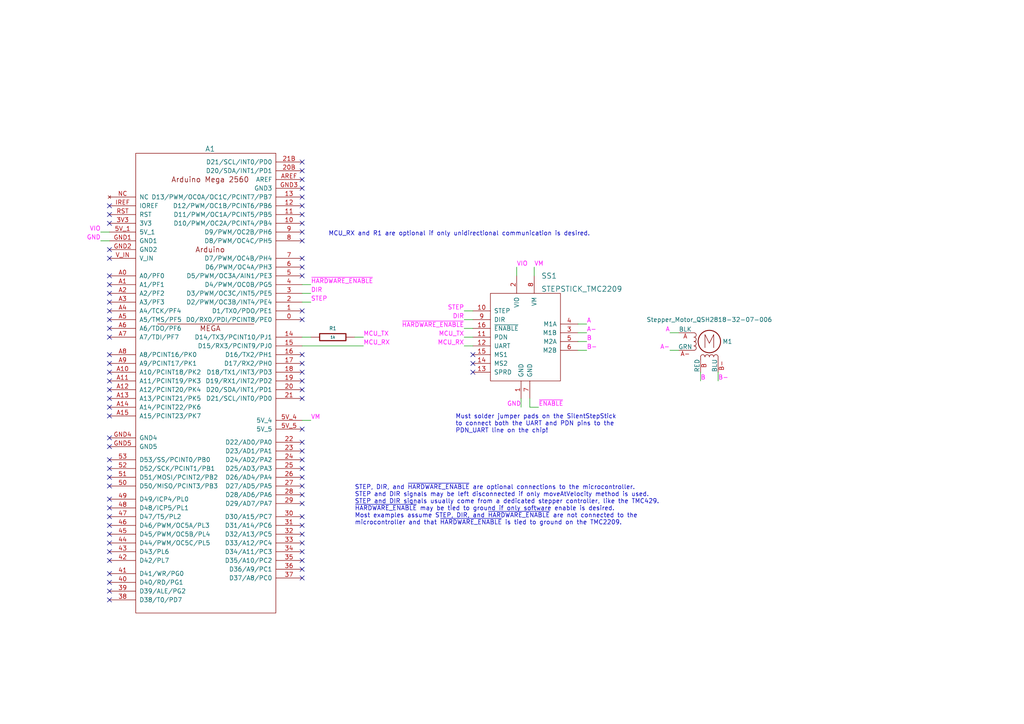
<source format=kicad_sch>
(kicad_sch (version 20230121) (generator eeschema)
  (paper "A4")
  (title_block (title "Trinamic Wiring") (date "2023-08-01") (rev "0.4") (company "Janelia Research Campus"))
  (lib_symbols
    (symbol "Janelia:1k_0805" (pin_numbers hide) (pin_names (offset 0))
      (property "Reference" "R" (at 2.032 0 90))
      (property "Value" "1k_0805" (at 0 0 90))
      (symbol "1k_0805_0_1"
        (rectangle (start -1.016 3.81) (end 1.016 -3.81) (stroke (width 0.3048)))
      )
      (symbol "1k_0805_1_1"
        (pin passive line (at 0 6.35 270) (length 2.54) (name "~") (number "1"))
        (pin passive line (at 0 -6.35 90) (length 2.54) (name "~") (number "2"))
      )
    )
    (symbol "Janelia:ARDUINO_MEGA" (pin_names (offset 1.016))
      (property "Reference" "A" (at 0 68.58 0))
      (symbol "ARDUINO_MEGA_0_0"
        (text "Arduino" (at 0 39.37 0) (effects (font (size 1.524 1.524))))
        (text "MEGA" (at 0 16.51 0) (effects (font (size 1.524 1.524))))
      )
      (symbol "ARDUINO_MEGA_0_1"
        (rectangle (start -21.59 -66.04) (end 19.05 67.31))
        (polyline (pts (xy -15.24 17.78) (xy 12.7 17.78) (xy 12.7 17.78)))
      )
      (symbol "ARDUINO_MEGA_1_1"
        (text "Arduino Mega 2560" (at 0 59.69 0) (effects (font (size 1.524 1.524))))
        (pin bidirectional line (at 26.67 19.05 180) (length 7.62) (name "D0/RX0/PDI/PCINT8/PE0") (number "0"))
        (pin bidirectional line (at 26.67 21.59 180) (length 7.62) (name "D1/TX0/PDO/PE1") (number "1"))
        (pin bidirectional line (at 26.67 46.99 180) (length 7.62) (name "D10/PWM/OC2A/PCINT4/PB4") (number "10"))
        (pin bidirectional line (at 26.67 49.53 180) (length 7.62) (name "D11/PWM/OC1A/PCINT5/PB5") (number "11"))
        (pin bidirectional line (at 26.67 52.07 180) (length 7.62) (name "D12/PWM/OC1B/PCINT6/PB6") (number "12"))
        (pin bidirectional line (at 26.67 54.61 180) (length 7.62) (name "D13/PWM/OC0A/OC1C/PCINT7/PB7") (number "13"))
        (pin bidirectional line (at 26.67 13.97 180) (length 7.62) (name "D14/TX3/PCINT10/PJ1") (number "14"))
        (pin bidirectional line (at 26.67 11.43 180) (length 7.62) (name "D15/RX3/PCINT9/PJ0") (number "15"))
        (pin bidirectional line (at 26.67 8.89 180) (length 7.62) (name "D16/TX2/PH1") (number "16"))
        (pin bidirectional line (at 26.67 6.35 180) (length 7.62) (name "D17/RX2/PH0") (number "17"))
        (pin bidirectional line (at 26.67 3.81 180) (length 7.62) (name "D18/TX1/INT3/PD3") (number "18"))
        (pin bidirectional line (at 26.67 1.27 180) (length 7.62) (name "D19/RX1/INT2/PD2") (number "19"))
        (pin bidirectional line (at 26.67 24.13 180) (length 7.62) (name "D2/PWM/OC3B/INT4/PE4") (number "2"))
        (pin bidirectional line (at 26.67 -1.27 180) (length 7.62) (name "D20/SDA/INT1/PD1") (number "20"))
        (pin bidirectional line (at 26.67 62.23 180) (length 7.62) (name "D20/SDA/INT1/PD1") (number "20B"))
        (pin bidirectional line (at 26.67 -3.81 180) (length 7.62) (name "D21/SCL/INT0/PD0") (number "21"))
        (pin bidirectional line (at 26.67 64.77 180) (length 7.62) (name "D21/SCL/INT0/PD0") (number "21B"))
        (pin bidirectional line (at 26.67 -16.51 180) (length 7.62) (name "D22/AD0/PA0") (number "22"))
        (pin bidirectional line (at 26.67 -19.05 180) (length 7.62) (name "D23/AD1/PA1") (number "23"))
        (pin bidirectional line (at 26.67 -21.59 180) (length 7.62) (name "D24/AD2/PA2") (number "24"))
        (pin bidirectional line (at 26.67 -24.13 180) (length 7.62) (name "D25/AD3/PA3") (number "25"))
        (pin bidirectional line (at 26.67 -26.67 180) (length 7.62) (name "D26/AD4/PA4") (number "26"))
        (pin bidirectional line (at 26.67 -29.21 180) (length 7.62) (name "D27/AD5/PA5") (number "27"))
        (pin bidirectional line (at 26.67 -31.75 180) (length 7.62) (name "D28/AD6/PA6") (number "28"))
        (pin bidirectional line (at 26.67 -34.29 180) (length 7.62) (name "D29/AD7/PA7") (number "29"))
        (pin bidirectional line (at 26.67 26.67 180) (length 7.62) (name "D3/PWM/OC3C/INT5/PE5") (number "3"))
        (pin bidirectional line (at 26.67 -38.1 180) (length 7.62) (name "D30/A15/PC7") (number "30"))
        (pin bidirectional line (at 26.67 -40.64 180) (length 7.62) (name "D31/A14/PC6") (number "31"))
        (pin bidirectional line (at 26.67 -43.18 180) (length 7.62) (name "D32/A13/PC5") (number "32"))
        (pin bidirectional line (at 26.67 -45.72 180) (length 7.62) (name "D33/A12/PC4") (number "33"))
        (pin bidirectional line (at 26.67 -48.26 180) (length 7.62) (name "D34/A11/PC3") (number "34"))
        (pin bidirectional line (at 26.67 -50.8 180) (length 7.62) (name "D35/A10/PC2") (number "35"))
        (pin bidirectional line (at 26.67 -53.34 180) (length 7.62) (name "D36/A9/PC1") (number "36"))
        (pin bidirectional line (at 26.67 -55.88 180) (length 7.62) (name "D37/A8/PC0") (number "37"))
        (pin bidirectional line (at -29.21 -62.23 0) (length 7.62) (name "D38/T0/PD7") (number "38"))
        (pin bidirectional line (at -29.21 -59.69 0) (length 7.62) (name "D39/ALE/PG2") (number "39"))
        (pin power_in line (at -29.21 46.99 0) (length 7.62) (name "3V3") (number "3V3"))
        (pin bidirectional line (at 26.67 29.21 180) (length 7.62) (name "D4/PWM/OC0B/PG5") (number "4"))
        (pin bidirectional line (at -29.21 -57.15 0) (length 7.62) (name "D40/RD/PG1") (number "40"))
        (pin bidirectional line (at -29.21 -54.61 0) (length 7.62) (name "D41/WR/PG0") (number "41"))
        (pin bidirectional line (at -29.21 -50.8 0) (length 7.62) (name "D42/PL7") (number "42"))
        (pin bidirectional line (at -29.21 -48.26 0) (length 7.62) (name "D43/PL6") (number "43"))
        (pin bidirectional line (at -29.21 -45.72 0) (length 7.62) (name "D44/PWM/OC5C/PL5") (number "44"))
        (pin bidirectional line (at -29.21 -43.18 0) (length 7.62) (name "D45/PWM/OC5B/PL4") (number "45"))
        (pin bidirectional line (at -29.21 -40.64 0) (length 7.62) (name "D46/PWM/OC5A/PL3") (number "46"))
        (pin bidirectional line (at -29.21 -38.1 0) (length 7.62) (name "D47/T5/PL2") (number "47"))
        (pin bidirectional line (at -29.21 -35.56 0) (length 7.62) (name "D48/ICP5/PL1") (number "48"))
        (pin bidirectional line (at -29.21 -33.02 0) (length 7.62) (name "D49/ICP4/PL0") (number "49"))
        (pin bidirectional line (at 26.67 31.75 180) (length 7.62) (name "D5/PWM/OC3A/AIN1/PE3") (number "5"))
        (pin bidirectional line (at -29.21 -29.21 0) (length 7.62) (name "D50/MISO/PCINT3/PB3") (number "50"))
        (pin bidirectional line (at -29.21 -26.67 0) (length 7.62) (name "D51/MOSI/PCINT2/PB2") (number "51"))
        (pin bidirectional line (at -29.21 -24.13 0) (length 7.62) (name "D52/SCK/PCINT1/PB1") (number "52"))
        (pin bidirectional line (at -29.21 -21.59 0) (length 7.62) (name "D53/SS/PCINT0/PB0") (number "53"))
        (pin power_in line (at -29.21 44.45 0) (length 7.62) (name "5V_1") (number "5V_1"))
        (pin power_in line (at 26.67 -10.16 180) (length 7.62) (name "5V_4") (number "5V_4"))
        (pin power_in line (at 26.67 -12.7 180) (length 7.62) (name "5V_5") (number "5V_5"))
        (pin bidirectional line (at 26.67 34.29 180) (length 7.62) (name "D6/PWM/OC4A/PH3") (number "6"))
        (pin bidirectional line (at 26.67 36.83 180) (length 7.62) (name "D7/PWM/OC4B/PH4") (number "7"))
        (pin bidirectional line (at 26.67 41.91 180) (length 7.62) (name "D8/PWM/OC4C/PH5") (number "8"))
        (pin bidirectional line (at 26.67 44.45 180) (length 7.62) (name "D9/PWM/OC2B/PH6") (number "9"))
        (pin bidirectional line (at -29.21 31.75 0) (length 7.62) (name "A0/PF0") (number "A0"))
        (pin bidirectional line (at -29.21 29.21 0) (length 7.62) (name "A1/PF1") (number "A1"))
        (pin bidirectional line (at -29.21 3.81 0) (length 7.62) (name "A10/PCINT18/PK2") (number "A10"))
        (pin bidirectional line (at -29.21 1.27 0) (length 7.62) (name "A11/PCINT19/PK3") (number "A11"))
        (pin bidirectional line (at -29.21 -1.27 0) (length 7.62) (name "A12/PCINT20/PK4") (number "A12"))
        (pin bidirectional line (at -29.21 -3.81 0) (length 7.62) (name "A13/PCINT21/PK5") (number "A13"))
        (pin bidirectional line (at -29.21 -6.35 0) (length 7.62) (name "A14/PCINT22/PK6") (number "A14"))
        (pin bidirectional line (at -29.21 -8.89 0) (length 7.62) (name "A15/PCINT23/PK7") (number "A15"))
        (pin bidirectional line (at -29.21 26.67 0) (length 7.62) (name "A2/PF2") (number "A2"))
        (pin bidirectional line (at -29.21 24.13 0) (length 7.62) (name "A3/PF3") (number "A3"))
        (pin bidirectional line (at -29.21 21.59 0) (length 7.62) (name "A4/TCK/PF4") (number "A4"))
        (pin bidirectional line (at -29.21 19.05 0) (length 7.62) (name "A5/TMS/PF5") (number "A5"))
        (pin bidirectional line (at -29.21 16.51 0) (length 7.62) (name "A6/TDO/PF6") (number "A6"))
        (pin bidirectional line (at -29.21 13.97 0) (length 7.62) (name "A7/TDI/PF7") (number "A7"))
        (pin bidirectional line (at -29.21 8.89 0) (length 7.62) (name "A8/PCINT16/PK0") (number "A8"))
        (pin bidirectional line (at -29.21 6.35 0) (length 7.62) (name "A9/PCINT17/PK1") (number "A9"))
        (pin power_in line (at 26.67 59.69 180) (length 7.62) (name "AREF") (number "AREF"))
        (pin power_in line (at -29.21 41.91 0) (length 7.62) (name "GND1") (number "GND1"))
        (pin power_in line (at -29.21 39.37 0) (length 7.62) (name "GND2") (number "GND2"))
        (pin power_in line (at 26.67 57.15 180) (length 7.62) (name "GND3") (number "GND3"))
        (pin power_in line (at -29.21 -15.24 0) (length 7.62) (name "GND4") (number "GND4"))
        (pin power_in line (at -29.21 -17.78 0) (length 7.62) (name "GND5") (number "GND5"))
        (pin input line (at -29.21 52.07 0) (length 7.62) (name "IOREF") (number "IREF"))
        (pin no_connect line (at -29.21 54.61 0) (length 7.62) (name "NC") (number "NC"))
        (pin input line (at -29.21 49.53 0) (length 7.62) (name "RST") (number "RST"))
        (pin power_in line (at -29.21 36.83 0) (length 7.62) (name "V_IN") (number "V_IN"))
      )
    )
    (symbol "Janelia:STEPSTICK_TMC2209" (pin_names (offset 1.016))
      (property "Reference" "SS" (at 0 -24.13 0))
      (property "Value" "STEPSTICK_TMC2209" (at 0 24.13 0))
      (symbol "STEPSTICK_TMC2209_0_1"
        (rectangle (start -10.16 12.7) (end 10.16 -12.7))
      )
      (symbol "STEPSTICK_TMC2209_1_1"
        (pin power_in line (at -1.27 -17.78 90) (length 5.08) (name "GND") (number "1"))
        (pin input line (at -15.24 7.62 0) (length 5.08) (name "STEP") (number "10"))
        (pin bidirectional line (at -15.24 0 0) (length 5.08) (name "PDN") (number "11"))
        (pin bidirectional line (at -15.24 -2.54 0) (length 5.08) (name "UART") (number "12"))
        (pin input line (at -15.24 -10.16 0) (length 5.08) (name "SPRD") (number "13"))
        (pin input line (at -15.24 -7.62 0) (length 5.08) (name "MS2") (number "14"))
        (pin input line (at -15.24 -5.08 0) (length 5.08) (name "MS1") (number "15"))
        (pin input line (at -15.24 2.54 0) (length 5.08) (name "~{ENABLE}") (number "16"))
        (pin power_in line (at -2.54 17.78 270) (length 5.08) (name "VIO") (number "2"))
        (pin power_out line (at 15.24 1.27 180) (length 5.08) (name "M1B") (number "3"))
        (pin power_out line (at 15.24 3.81 180) (length 5.08) (name "M1A") (number "4"))
        (pin power_out line (at 15.24 -1.27 180) (length 5.08) (name "M2A") (number "5"))
        (pin power_out line (at 15.24 -3.81 180) (length 5.08) (name "M2B") (number "6"))
        (pin power_in line (at 1.27 -17.78 90) (length 5.08) (name "GND") (number "7"))
        (pin power_in line (at 2.54 17.78 270) (length 5.08) (name "VM") (number "8"))
        (pin input line (at -15.24 5.08 0) (length 5.08) (name "DIR") (number "9"))
      )
    )
    (symbol "Janelia:Stepper_Motor_QSH2818-32-07-006" (pin_names (offset 0))
      (property "Reference" "M" (at 3.81 0 0))
      (property "Value" "Stepper_Motor_QSH2818-32-07-006" (at 0 6.35 0))
      (symbol "Stepper_Motor_QSH2818-32-07-006_0_0"
        (polyline (pts (xy -1.27 -1.778) (xy -1.27 2.032) (xy 0 -0.508) (xy 1.27 2.032) (xy 1.27 -1.778)))
      )
      (symbol "Stepper_Motor_QSH2818-32-07-006_0_1"
        (arc (start -4.445 -2.54) (mid -3.8127 -1.905) (end -4.445 -1.27))
        (arc (start -4.445 -1.27) (mid -3.8127 -0.635) (end -4.445 0))
        (arc (start -4.445 0) (mid -3.8127 0.635) (end -4.445 1.27))
        (arc (start -4.445 1.27) (mid -3.8127 1.905) (end -4.445 2.54))
        (arc (start -1.27 -4.445) (mid -1.905 -3.8127) (end -2.54 -4.445))
        (arc (start 0 -4.445) (mid -0.635 -3.8127) (end -1.27 -4.445))
        (polyline (pts (xy -5.08 -2.54) (xy -4.445 -2.54)))
        (polyline (pts (xy -5.08 2.54) (xy -4.445 2.54)))
        (polyline (pts (xy -2.54 -5.08) (xy -2.54 -4.445)))
        (polyline (pts (xy 2.54 -5.08) (xy 2.54 -4.445)))
        (circle (center 0 0) (radius 3.2512) (stroke (width 0.254)))
        (arc (start 1.27 -4.445) (mid 0.635 -3.8127) (end 0 -4.445))
        (arc (start 2.54 -4.445) (mid 1.905 -3.8127) (end 1.27 -4.445))
      )
      (symbol "Stepper_Motor_QSH2818-32-07-006_1_1"
        (pin passive line (at -8.89 2.54 0) (length 3.81) (name "BLK") (number "A"))
        (pin passive line (at -8.89 -2.54 0) (length 3.81) (name "GRN") (number "A-"))
        (pin passive line (at -2.54 -8.89 90) (length 3.81) (name "RED") (number "B"))
        (pin passive line (at 2.54 -8.89 90) (length 3.81) (name "BLU") (number "B-"))
      )
    )
  )
  (no_connect (at 87.63 133.35))
  (no_connect (at 31.75 129.54))
  (no_connect (at 31.75 115.57))
  (no_connect (at 31.75 90.17))
  (no_connect (at 31.75 62.23))
  (no_connect (at 87.63 90.17))
  (no_connect (at 87.63 115.57))
  (no_connect (at 31.75 166.37))
  (no_connect (at 31.75 82.55))
  (no_connect (at 87.63 102.87))
  (no_connect (at 31.75 87.63))
  (no_connect (at 31.75 95.25))
  (no_connect (at 87.63 107.95))
  (no_connect (at 31.75 173.99))
  (no_connect (at 31.75 85.09))
  (no_connect (at 31.75 120.65))
  (no_connect (at 87.63 128.27))
  (no_connect (at 31.75 118.11))
  (no_connect (at 137.16 105.41))
  (no_connect (at 87.63 140.97))
  (no_connect (at 87.63 124.46))
  (no_connect (at 87.63 113.03))
  (no_connect (at 87.63 160.02))
  (no_connect (at 87.63 167.64))
  (no_connect (at 87.63 130.81))
  (no_connect (at 87.63 92.71))
  (no_connect (at 87.63 74.93))
  (no_connect (at 31.75 74.93))
  (no_connect (at 31.75 102.87))
  (no_connect (at 31.75 97.79))
  (no_connect (at 87.63 165.1))
  (no_connect (at 31.75 110.49))
  (no_connect (at 31.75 171.45))
  (no_connect (at 87.63 105.41))
  (no_connect (at 31.75 147.32))
  (no_connect (at 31.75 138.43))
  (no_connect (at 31.75 144.78))
  (no_connect (at 31.75 149.86))
  (no_connect (at 31.75 152.4))
  (no_connect (at 31.75 154.94))
  (no_connect (at 31.75 157.48))
  (no_connect (at 31.75 160.02))
  (no_connect (at 31.75 162.56))
  (no_connect (at 87.63 46.99))
  (no_connect (at 31.75 72.39))
  (no_connect (at 87.63 69.85))
  (no_connect (at 87.63 67.31))
  (no_connect (at 87.63 64.77))
  (no_connect (at 87.63 62.23))
  (no_connect (at 87.63 59.69))
  (no_connect (at 87.63 57.15))
  (no_connect (at 87.63 54.61))
  (no_connect (at 87.63 52.07))
  (no_connect (at 87.63 49.53))
  (no_connect (at 87.63 110.49))
  (no_connect (at 87.63 143.51))
  (no_connect (at 87.63 152.4))
  (no_connect (at 87.63 77.47))
  (no_connect (at 87.63 146.05))
  (no_connect (at 87.63 138.43))
  (no_connect (at 87.63 157.48))
  (no_connect (at 137.16 107.95))
  (no_connect (at 31.75 135.89))
  (no_connect (at 31.75 168.91))
  (no_connect (at 87.63 149.86))
  (no_connect (at 87.63 135.89))
  (no_connect (at 31.75 59.69))
  (no_connect (at 87.63 80.01))
  (no_connect (at 31.75 107.95))
  (no_connect (at 87.63 162.56))
  (no_connect (at 31.75 64.77))
  (no_connect (at 137.16 102.87))
  (no_connect (at 31.75 105.41))
  (no_connect (at 31.75 140.97))
  (no_connect (at 31.75 133.35))
  (no_connect (at 31.75 127))
  (no_connect (at 87.63 154.94))
  (no_connect (at 31.75 92.71))
  (no_connect (at 31.75 113.03))
  (no_connect (at 31.75 80.01))
  (wire (pts (xy 31.75 67.31) (xy 29.21 67.31)))
  (wire (pts (xy 90.17 85.09) (xy 87.63 85.09)))
  (wire (pts (xy 90.17 97.79) (xy 87.63 97.79)))
  (wire (pts (xy 105.41 100.33) (xy 87.63 100.33)))
  (wire (pts (xy 134.62 100.33) (xy 137.16 100.33)))
  (wire (pts (xy 194.31 96.52) (xy 196.85 96.52)))
  (wire (pts (xy 149.86 77.47) (xy 149.86 80.01)))
  (wire (pts (xy 203.2 107.95) (xy 203.2 110.49)))
  (wire (pts (xy 31.75 69.85) (xy 29.21 69.85)))
  (wire (pts (xy 153.67 115.57) (xy 153.67 118.11)))
  (wire (pts (xy 167.64 93.98) (xy 170.18 93.98)))
  (wire (pts (xy 167.64 101.6) (xy 170.18 101.6)))
  (wire (pts (xy 194.31 101.6) (xy 196.85 101.6)))
  (wire (pts (xy 151.13 115.57) (xy 151.13 118.11)))
  (wire (pts (xy 167.64 96.52) (xy 170.18 96.52)))
  (wire (pts (xy 134.62 97.79) (xy 137.16 97.79)))
  (wire (pts (xy 208.28 107.95) (xy 208.28 110.49)))
  (wire (pts (xy 105.41 97.79) (xy 102.87 97.79)))
  (wire (pts (xy 90.17 82.55) (xy 87.63 82.55)))
  (wire (pts (xy 167.64 99.06) (xy 170.18 99.06)))
  (wire (pts (xy 153.67 118.11) (xy 156.21 118.11)))
  (wire (pts (xy 134.62 90.17) (xy 137.16 90.17)))
  (wire (pts (xy 134.62 95.25) (xy 137.16 95.25)))
  (wire (pts (xy 87.63 121.92) (xy 90.17 121.92)))
  (wire (pts (xy 134.62 92.71) (xy 137.16 92.71)))
  (wire (pts (xy 154.94 77.47) (xy 154.94 80.01)))
  (wire (pts (xy 90.17 87.63) (xy 87.63 87.63)))
  (text "STEP, DIR, and ~{HARDWARE_ENABLE} are optional connections to the microcontroller.\nSTEP and DIR signals may be left disconnected if only moveAtVelocity method is used.\nSTEP and DIR signals usually come from a dedicated stepper controller, like the TMC429.\n~{HARDWARE_ENABLE} may be tied to ground if only software enable is desired.\nMost examples assume STEP, DIR, and ~{HARDWARE_ENABLE} are not connected to the\nmicrocontroller and that ~{HARDWARE_ENABLE} is tied to ground on the TMC2209." (at 102.87 152.4 0) (effects (font (size 1.27 1.27)) (justify left bottom)))
  (text "MCU_RX and R1 are optional if only unidirectional communication is desired." (at 95.25 68.58 0) (effects (font (size 1.27 1.27)) (justify left bottom)))
  (text "Must solder jumper pads on the SilentStepStick\nto connect both the UART and PDN pins to the\nPDN_UART line on the chip!" (at 132.08 125.73 0) (effects (font (size 1.27 1.27)) (justify left bottom)))
  (label "A" (at 194.31 96.52 180))
  (label "GND" (at 151.13 118.11 180))
  (label "~{HARDWARE_ENABLE}" (at 90.17 82.55 0))
  (label "MCU_TX" (at 105.41 97.79 0))
  (label "~{ENABLE}" (at 156.21 118.11 0))
  (label "A" (at 170.18 93.98 0))
  (label "MCU_RX" (at 134.62 100.33 180))
  (label "VM" (at 154.94 77.47 0))
  (label "~{HARDWARE_ENABLE}" (at 134.62 95.25 180))
  (label "B" (at 203.2 110.49 0))
  (label "B-" (at 208.28 110.49 0))
  (label "VIO" (at 149.86 77.47 0))
  (label "B-" (at 170.18 101.6 0))
  (label "DIR" (at 90.17 85.09 0))
  (label "B" (at 170.18 99.06 0))
  (label "MCU_RX" (at 105.41 100.33 0))
  (label "VIO" (at 29.21 67.31 180))
  (label "A-" (at 194.31 101.6 180))
  (label "DIR" (at 134.62 92.71 180))
  (label "GND" (at 29.21 69.85 180))
  (label "STEP" (at 90.17 87.63 0))
  (label "VM" (at 90.17 121.92 0))
  (label "STEP" (at 134.62 90.17 180))
  (label "A-" (at 170.18 96.52 0))
  (label "MCU_TX" (at 134.62 97.79 180))
  (symbol (lib_id "Janelia:Stepper_Motor_QSH2818-32-07-006") (at 205.74 99.06 0) (unit 1)
    (property "Reference" "M1" (at 209.55 99.06 0) (effects (justify left)))
    (property "Value" "Stepper_Motor_QSH2818-32-07-006" (at 205.74 92.71 0))
    (property "Manufacturer" "Trinamic Motion Control" (effects hide))
    (property "Manufacturer Part Number" "QSH2818-32-07-006" (effects hide))
    (property "Vendor" "Digi-Key" (effects hide))
    (property "Vendor Part Number" "1460-1072-ND" (effects hide))
    (instances (project "trinamic_wiring" (path "" (reference "M1") (unit 1)) (path "" (reference "M2") (unit 1))))
  )
  (symbol (lib_id "Janelia:1k_0805") (at 96.52 97.79 270) (unit 1)
    (property "Reference" "R1" (at 96.52 95.25 90) (effects (font (size 1.016 1.016))))
    (property "Value" "1k" (at 96.52 97.79 90) (effects (font (size 0.762 0.762))))
    (property "Footprint" "footprints:SM0805" (effects hide))
    (property "Vendor" "Digi-Key" (effects hide))
    (property "Vendor Part Number" "P1.00KCCT-ND" (effects hide))
    (property "Description" "RES SMD 1K OHM 1% 1/8W" (effects hide))
    (property "Package" "0805" (effects hide))
    (instances (project "trinamic_wiring" (path "" (reference "R1") (unit 1)) (path "" (reference "R4") (unit 1))))
  )
  (symbol (lib_id "Janelia:STEPSTICK_TMC2209") (at 152.4 97.79 0) (unit 1)
    (property "Reference" "SS1" (at 156.9594 80.01 0) (effects (font (size 1.524 1.524)) (justify left)))
    (property "Value" "STEPSTICK_TMC2209" (at 156.9594 83.82 0) (effects (font (size 1.524 1.524)) (justify left)))
    (property "Footprint" "footprints:STEPSTICK_TMC2209" (effects hide))
    (property "Vendor" "Digi-Key" (effects hide))
    (property "Vendor Part Number" "ED90331-ND" (effects hide))
    (property "Description" "CONN PIN RCPT .025-.037 SOLDER" (effects hide))
    (property "Quantity" "16" (effects hide))
    (property "Manufacturer" "Mill-Max Manufacturing Corp." (effects hide))
    (property "Manufacturer Part Number" "0305-0-15-15-47-27-10-0" (effects hide))
    (instances (project "trinamic_wiring" (path "" (reference "SS1") (unit 1)) (path "" (reference "SS2") (unit 1))))
  )
  (symbol (lib_id "Janelia:ARDUINO_MEGA") (at 60.96 111.76 0) (unit 1)
    (property "Reference" "A1" (at 60.96 43.18 0) (effects (font (size 1.524 1.524))))
    (property "Value" "ARDUINO_MEGA" (effects hide))
    (property "Footprint" "Janelia:ARDUINO_MEGA_SHIELD" (effects hide))
    (property "Vendor" "Digi-Key" (effects hide))
    (property "Vendor Part Number" "1050-1018-ND" (effects hide))
    (property "Description" "BOARD MCU MEGA2560" (effects hide))
    (property "Sim.Enable" "0" (effects hide))
    (instances (project "trinamic_wiring" (path "" (reference "A1") (unit 1)) (path "" (reference "A2") (unit 1))))
  )
)
</source>
